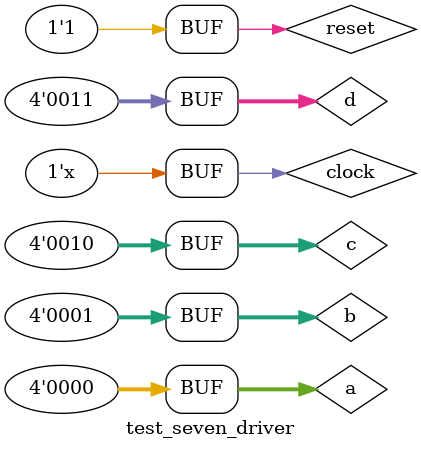
<source format=v>
module test_seven_driver;

reg clock;
reg reset;
reg [3:0]a;
reg [3:0]b;
reg [3:0]c;
reg [3:0]d;

wire [6:0]seg_data;

seven_seg_driver uut(
							.clock(clock),
							.reset(reset),
							.a(a),
							.b(b),
							.c(c),
							.d(d),
							.seg_data(seg_data)
							);
							
	initial
		begin
		clock=0;
		reset=0;
	#10 reset=1;
      end

	always
	#10 clock=~clock;
							
	initial
		begin
	#10 a=4'b0000;	 b=4'b0001; c=4'b0010;d=4'b0011;		
	 						
		end	
		
endmodule

</source>
